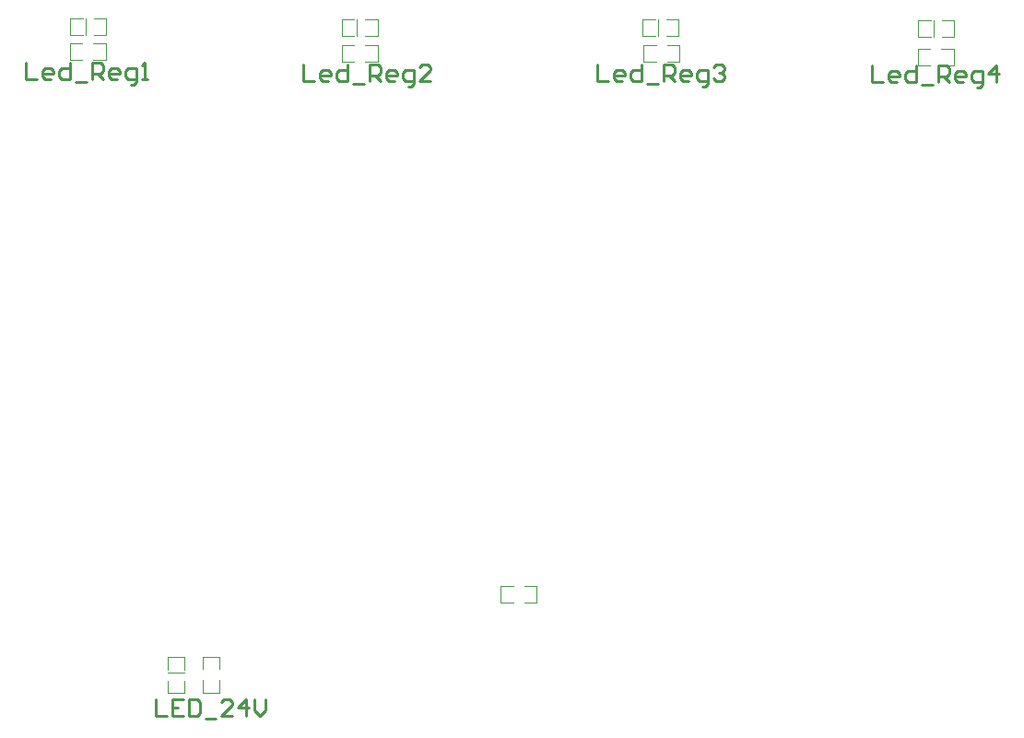
<source format=gbo>
G04 Layer_Color=32896*
%FSLAX24Y24*%
%MOIN*%
G70*
G01*
G75*
%ADD18C,0.0100*%
%ADD28C,0.0020*%
%ADD29C,0.0020*%
G54D18*
X-43071Y32450D02*
Y31850D01*
X-42671D01*
X-42171D02*
X-42371D01*
X-42471Y31950D01*
Y32150D01*
X-42371Y32250D01*
X-42171D01*
X-42071Y32150D01*
Y32050D01*
X-42471D01*
X-41471Y32450D02*
Y31850D01*
X-41771D01*
X-41871Y31950D01*
Y32150D01*
X-41771Y32250D01*
X-41471D01*
X-41271Y31750D02*
X-40872D01*
X-40672Y31850D02*
Y32450D01*
X-40372D01*
X-40272Y32350D01*
Y32150D01*
X-40372Y32050D01*
X-40672D01*
X-40472D02*
X-40272Y31850D01*
X-39772D02*
X-39972D01*
X-40072Y31950D01*
Y32150D01*
X-39972Y32250D01*
X-39772D01*
X-39672Y32150D01*
Y32050D01*
X-40072D01*
X-39272Y31650D02*
X-39172D01*
X-39072Y31750D01*
Y32250D01*
X-39372D01*
X-39472Y32150D01*
Y31950D01*
X-39372Y31850D01*
X-39072D01*
X-38872D02*
X-38672D01*
X-38772D01*
Y32450D01*
X-38872Y32350D01*
X-33031Y32411D02*
Y31811D01*
X-32632D01*
X-32132D02*
X-32332D01*
X-32432Y31911D01*
Y32111D01*
X-32332Y32211D01*
X-32132D01*
X-32032Y32111D01*
Y32011D01*
X-32432D01*
X-31432Y32411D02*
Y31811D01*
X-31732D01*
X-31832Y31911D01*
Y32111D01*
X-31732Y32211D01*
X-31432D01*
X-31232Y31711D02*
X-30832D01*
X-30632Y31811D02*
Y32411D01*
X-30332D01*
X-30232Y32311D01*
Y32111D01*
X-30332Y32011D01*
X-30632D01*
X-30432D02*
X-30232Y31811D01*
X-29733D02*
X-29932D01*
X-30032Y31911D01*
Y32111D01*
X-29932Y32211D01*
X-29733D01*
X-29633Y32111D01*
Y32011D01*
X-30032D01*
X-29233Y31611D02*
X-29133D01*
X-29033Y31711D01*
Y32211D01*
X-29333D01*
X-29433Y32111D01*
Y31911D01*
X-29333Y31811D01*
X-29033D01*
X-28433D02*
X-28833D01*
X-28433Y32211D01*
Y32311D01*
X-28533Y32411D01*
X-28733D01*
X-28833Y32311D01*
X-22402Y32411D02*
Y31811D01*
X-22002D01*
X-21502D02*
X-21702D01*
X-21802Y31911D01*
Y32111D01*
X-21702Y32211D01*
X-21502D01*
X-21402Y32111D01*
Y32011D01*
X-21802D01*
X-20802Y32411D02*
Y31811D01*
X-21102D01*
X-21202Y31911D01*
Y32111D01*
X-21102Y32211D01*
X-20802D01*
X-20602Y31711D02*
X-20202D01*
X-20002Y31811D02*
Y32411D01*
X-19702D01*
X-19602Y32311D01*
Y32111D01*
X-19702Y32011D01*
X-20002D01*
X-19802D02*
X-19602Y31811D01*
X-19103D02*
X-19303D01*
X-19403Y31911D01*
Y32111D01*
X-19303Y32211D01*
X-19103D01*
X-19003Y32111D01*
Y32011D01*
X-19403D01*
X-18603Y31611D02*
X-18503D01*
X-18403Y31711D01*
Y32211D01*
X-18703D01*
X-18803Y32111D01*
Y31911D01*
X-18703Y31811D01*
X-18403D01*
X-18203Y32311D02*
X-18103Y32411D01*
X-17903D01*
X-17803Y32311D01*
Y32211D01*
X-17903Y32111D01*
X-18003D01*
X-17903D01*
X-17803Y32011D01*
Y31911D01*
X-17903Y31811D01*
X-18103D01*
X-18203Y31911D01*
X-12480Y32371D02*
Y31772D01*
X-12080D01*
X-11581D02*
X-11781D01*
X-11881Y31872D01*
Y32072D01*
X-11781Y32172D01*
X-11581D01*
X-11481Y32072D01*
Y31972D01*
X-11881D01*
X-10881Y32371D02*
Y31772D01*
X-11181D01*
X-11281Y31872D01*
Y32072D01*
X-11181Y32172D01*
X-10881D01*
X-10681Y31672D02*
X-10281D01*
X-10081Y31772D02*
Y32371D01*
X-9781D01*
X-9681Y32271D01*
Y32072D01*
X-9781Y31972D01*
X-10081D01*
X-9881D02*
X-9681Y31772D01*
X-9181D02*
X-9381D01*
X-9481Y31872D01*
Y32072D01*
X-9381Y32172D01*
X-9181D01*
X-9081Y32072D01*
Y31972D01*
X-9481D01*
X-8682Y31572D02*
X-8582D01*
X-8482Y31672D01*
Y32172D01*
X-8782D01*
X-8881Y32072D01*
Y31872D01*
X-8782Y31772D01*
X-8482D01*
X-7982D02*
Y32371D01*
X-8282Y32072D01*
X-7882D01*
X-38386Y9419D02*
Y8819D01*
X-37986D01*
X-37386Y9419D02*
X-37786D01*
Y8819D01*
X-37386D01*
X-37786Y9119D02*
X-37586D01*
X-37186Y9419D02*
Y8819D01*
X-36886D01*
X-36786Y8919D01*
Y9319D01*
X-36886Y9419D01*
X-37186D01*
X-36586Y8719D02*
X-36187D01*
X-35587Y8819D02*
X-35987D01*
X-35587Y9219D01*
Y9319D01*
X-35687Y9419D01*
X-35887D01*
X-35987Y9319D01*
X-35087Y8819D02*
Y9419D01*
X-35387Y9119D01*
X-34987D01*
X-34787Y9419D02*
Y9019D01*
X-34587Y8819D01*
X-34387Y9019D01*
Y9419D01*
G54D28*
X-30791Y32495D02*
X-30341D01*
X-31641Y33095D02*
X-31191D01*
X-31641Y32495D02*
Y33095D01*
Y32495D02*
X-31191D01*
X-30341D02*
Y33095D01*
X-30791D02*
X-30341D01*
X-25043Y13528D02*
X-24593D01*
Y12928D02*
Y13528D01*
X-25893Y12928D02*
X-25443D01*
X-25893D02*
Y13528D01*
X-25443D01*
X-25043Y12928D02*
X-24593D01*
X-36678Y9671D02*
Y10121D01*
X-36078Y10521D02*
Y10971D01*
X-36678D02*
X-36078D01*
X-36678Y10521D02*
Y10971D01*
Y9671D02*
X-36078D01*
Y10121D01*
X-37938Y10509D02*
Y10959D01*
X-37338D01*
Y9659D02*
Y10109D01*
X-37938Y9659D02*
X-37338D01*
X-37938D02*
Y10109D01*
X-37338Y10509D02*
Y10959D01*
X-41470Y33480D02*
X-41020D01*
X-41470D02*
Y34080D01*
X-40620D02*
X-40170D01*
Y33480D02*
Y34080D01*
X-40620Y33480D02*
X-40170D01*
X-41470Y34080D02*
X-41020D01*
X-40633Y32574D02*
X-40183D01*
X-41483Y33174D02*
X-41033D01*
X-41483Y32574D02*
Y33174D01*
Y32574D02*
X-41033D01*
X-40183D02*
Y33174D01*
X-40633D02*
X-40183D01*
X-31641Y33440D02*
X-31191D01*
X-31641D02*
Y34040D01*
X-30791D02*
X-30341D01*
Y33440D02*
Y34040D01*
X-30791Y33440D02*
X-30341D01*
X-31641Y34040D02*
X-31191D01*
X-20762Y33440D02*
X-20312D01*
X-20762D02*
Y34040D01*
X-19912D02*
X-19462D01*
Y33440D02*
Y34040D01*
X-19912Y33440D02*
X-19462D01*
X-20762Y34040D02*
X-20312D01*
X-19885Y32495D02*
X-19435D01*
X-20735Y33095D02*
X-20285D01*
X-20735Y32495D02*
Y33095D01*
Y32495D02*
X-20285D01*
X-19435D02*
Y33095D01*
X-19885D02*
X-19435D01*
X-10801Y33401D02*
X-10351D01*
X-10801D02*
Y34001D01*
X-9951D02*
X-9501D01*
Y33401D02*
Y34001D01*
X-9951Y33401D02*
X-9501D01*
X-10801Y34001D02*
X-10351D01*
X-9964Y32377D02*
X-9514D01*
X-10814Y32977D02*
X-10364D01*
X-10814Y32377D02*
Y32977D01*
Y32377D02*
X-10364D01*
X-9514D02*
Y32977D01*
X-9964D02*
X-9514D01*
G54D29*
X-37938Y10409D02*
X-37338D01*
X-40920Y33480D02*
Y34080D01*
X-31091Y33440D02*
Y34040D01*
X-20212Y33440D02*
Y34040D01*
X-10251Y33401D02*
Y34001D01*
M02*

</source>
